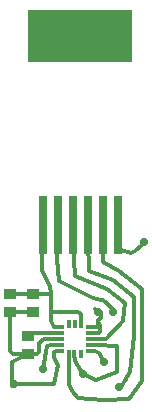
<source format=gtl>
G04 (created by PCBNEW (2013-07-07 BZR 4022)-stable) date 8/8/2014 4:44:39 PM*
%MOIN*%
G04 Gerber Fmt 3.4, Leading zero omitted, Abs format*
%FSLAX34Y34*%
G01*
G70*
G90*
G04 APERTURE LIST*
%ADD10C,0.00590551*%
%ADD11R,0.0394X0.0354*%
%ADD12R,0.0299213X0.19685*%
%ADD13R,0.346457X0.177165*%
%ADD14R,0.0314961X0.011811*%
%ADD15R,0.011811X0.0314961*%
%ADD16C,0.0275591*%
%ADD17C,0.011811*%
G04 APERTURE END LIST*
G54D10*
G54D11*
X22834Y-23918D03*
X22834Y-23326D03*
X23622Y-23918D03*
X23622Y-23326D03*
X23464Y-25296D03*
X23464Y-24704D03*
G54D12*
X23946Y-21023D03*
X24946Y-21023D03*
X25946Y-21023D03*
X25446Y-21023D03*
X26446Y-21023D03*
X24446Y-21023D03*
G54D13*
X25196Y-14704D03*
G54D14*
X24507Y-24606D03*
X24507Y-24409D03*
X25511Y-24409D03*
X24507Y-24801D03*
X24507Y-25000D03*
X24507Y-25196D03*
G54D15*
X24812Y-25305D03*
X24996Y-25305D03*
X25206Y-25305D03*
G54D14*
X25511Y-25196D03*
X25511Y-25000D03*
X25511Y-24801D03*
X25511Y-24606D03*
G54D15*
X25206Y-24301D03*
X25003Y-24301D03*
X24812Y-24301D03*
G54D16*
X27322Y-21574D03*
X25776Y-23906D03*
X22992Y-26299D03*
X25275Y-25984D03*
X25984Y-25590D03*
X26279Y-23917D03*
X23937Y-25826D03*
X26496Y-26417D03*
G54D17*
X26446Y-21023D02*
X26446Y-21761D01*
X26545Y-21860D02*
X26446Y-21761D01*
X26870Y-21948D02*
X26545Y-21860D01*
X27027Y-21870D02*
X26870Y-21948D01*
X27234Y-21663D02*
X27027Y-21870D01*
X27234Y-21663D02*
X27322Y-21574D01*
X22834Y-23918D02*
X23622Y-23918D01*
X23464Y-25296D02*
X22933Y-25296D01*
X22834Y-25196D02*
X22834Y-23918D01*
X22933Y-25296D02*
X22834Y-25196D01*
X25766Y-23906D02*
X25678Y-23808D01*
X25688Y-23818D02*
X25776Y-23906D01*
X24330Y-25433D02*
X24330Y-25236D01*
X24330Y-25433D02*
X24434Y-25675D01*
X22992Y-26299D02*
X24330Y-26299D01*
X24330Y-26299D02*
X24434Y-25675D01*
X24370Y-25196D02*
X24507Y-25196D01*
X24330Y-25236D02*
X24370Y-25196D01*
X25511Y-25000D02*
X25748Y-25000D01*
X25708Y-26181D02*
X25275Y-25984D01*
X26417Y-25905D02*
X25708Y-26181D01*
X26417Y-25039D02*
X26417Y-25905D01*
X25748Y-25000D02*
X26417Y-25039D01*
X24996Y-25305D02*
X25000Y-25551D01*
X22911Y-26379D02*
X22913Y-25590D01*
X22992Y-26299D02*
X22911Y-26379D01*
X25000Y-25551D02*
X25275Y-25984D01*
X24507Y-24801D02*
X23978Y-24801D01*
X23759Y-25296D02*
X23464Y-25296D01*
X23818Y-25236D02*
X23759Y-25296D01*
X23818Y-24960D02*
X23818Y-25236D01*
X23978Y-24801D02*
X23818Y-24960D01*
X22913Y-25590D02*
X23464Y-25296D01*
X25511Y-24606D02*
X25826Y-24606D01*
X25866Y-24330D02*
X25787Y-24251D01*
X25866Y-24566D02*
X25866Y-24330D01*
X25826Y-24606D02*
X25866Y-24566D01*
X25511Y-24409D02*
X25748Y-24409D01*
X25885Y-23917D02*
X25776Y-23917D01*
X25885Y-24114D02*
X25885Y-23917D01*
X25787Y-24173D02*
X25885Y-24114D01*
X25787Y-24370D02*
X25787Y-24251D01*
X25787Y-24251D02*
X25787Y-24173D01*
X25748Y-24409D02*
X25787Y-24370D01*
X24946Y-21023D02*
X24946Y-21620D01*
X26673Y-23622D02*
X26663Y-23864D01*
X26082Y-23129D02*
X26673Y-23622D01*
X25000Y-22716D02*
X26082Y-23129D01*
X24946Y-21620D02*
X25000Y-22716D01*
X26062Y-24803D02*
X26614Y-24212D01*
X26614Y-24212D02*
X26663Y-23864D01*
X26663Y-23864D02*
X26663Y-23864D01*
X25511Y-24801D02*
X26062Y-24803D01*
X26279Y-23917D02*
X26279Y-23828D01*
X24446Y-21720D02*
X24446Y-21023D01*
X24409Y-22145D02*
X24446Y-21720D01*
X25620Y-23444D02*
X24488Y-22874D01*
X24488Y-22874D02*
X24409Y-22145D01*
X25885Y-23523D02*
X25620Y-23444D01*
X25944Y-23503D02*
X25885Y-23523D01*
X26279Y-23828D02*
X25944Y-23503D01*
X25669Y-25196D02*
X25826Y-25275D01*
X25826Y-25275D02*
X25984Y-25590D01*
X25511Y-25196D02*
X25669Y-25196D01*
X26279Y-23917D02*
X26242Y-23954D01*
X24507Y-24606D02*
X23562Y-24606D01*
X23562Y-24606D02*
X23464Y-24704D01*
X26692Y-26181D02*
X26850Y-25905D01*
X25446Y-21559D02*
X25446Y-21023D01*
X25472Y-22559D02*
X25446Y-21559D01*
X26279Y-22834D02*
X25472Y-22559D01*
X26968Y-23425D02*
X26279Y-22834D01*
X26968Y-24724D02*
X26968Y-23425D01*
X26850Y-25905D02*
X26968Y-24724D01*
X24212Y-25000D02*
X24094Y-25039D01*
X24094Y-25039D02*
X23937Y-25826D01*
X24507Y-25000D02*
X24212Y-25000D01*
X26535Y-26456D02*
X26574Y-26377D01*
X26574Y-26377D02*
X26692Y-26181D01*
X26692Y-26181D02*
X26707Y-26167D01*
X26496Y-26417D02*
X26535Y-26456D01*
X25946Y-21023D02*
X25946Y-21616D01*
X26811Y-26811D02*
X25984Y-26850D01*
X27253Y-26200D02*
X26811Y-26811D01*
X27263Y-23129D02*
X27253Y-26200D01*
X25946Y-21616D02*
X25944Y-22244D01*
X25944Y-22244D02*
X26476Y-22539D01*
X26476Y-22539D02*
X27263Y-23129D01*
X26007Y-26858D02*
X25984Y-26850D01*
X25984Y-26850D02*
X25118Y-26771D01*
X24812Y-26309D02*
X24921Y-26535D01*
X24812Y-26309D02*
X24812Y-25305D01*
X25118Y-26771D02*
X24921Y-26535D01*
X23622Y-23326D02*
X24212Y-23326D01*
X22834Y-23326D02*
X23622Y-23326D01*
X24212Y-23897D02*
X25118Y-23897D01*
X25206Y-23986D02*
X25206Y-24301D01*
X25118Y-23897D02*
X25206Y-23986D01*
X23917Y-21456D02*
X23917Y-22539D01*
X24170Y-23037D02*
X24212Y-23326D01*
X23917Y-22539D02*
X24170Y-23037D01*
X24212Y-23326D02*
X24212Y-23897D01*
X24212Y-23897D02*
X24212Y-24212D01*
X24212Y-24212D02*
X24311Y-24409D01*
X24311Y-24409D02*
X24507Y-24409D01*
M02*

</source>
